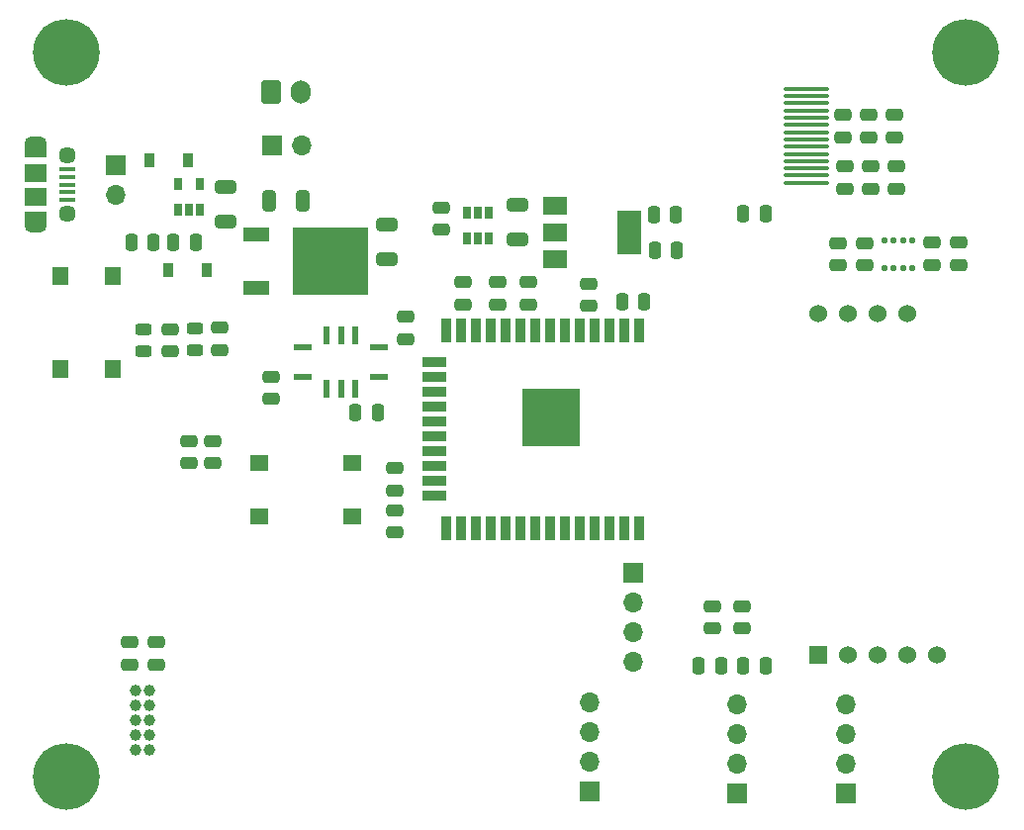
<source format=gbr>
%TF.GenerationSoftware,KiCad,Pcbnew,(5.99.0-8928-gc255dede17)*%
%TF.CreationDate,2021-04-01T15:07:53-07:00*%
%TF.ProjectId,smbpcb,736d6270-6362-42e6-9b69-6361645f7063,rev?*%
%TF.SameCoordinates,Original*%
%TF.FileFunction,Soldermask,Top*%
%TF.FilePolarity,Negative*%
%FSLAX46Y46*%
G04 Gerber Fmt 4.6, Leading zero omitted, Abs format (unit mm)*
G04 Created by KiCad (PCBNEW (5.99.0-8928-gc255dede17)) date 2021-04-01 15:07:53*
%MOMM*%
%LPD*%
G01*
G04 APERTURE LIST*
G04 Aperture macros list*
%AMRoundRect*
0 Rectangle with rounded corners*
0 $1 Rounding radius*
0 $2 $3 $4 $5 $6 $7 $8 $9 X,Y pos of 4 corners*
0 Add a 4 corners polygon primitive as box body*
4,1,4,$2,$3,$4,$5,$6,$7,$8,$9,$2,$3,0*
0 Add four circle primitives for the rounded corners*
1,1,$1+$1,$2,$3*
1,1,$1+$1,$4,$5*
1,1,$1+$1,$6,$7*
1,1,$1+$1,$8,$9*
0 Add four rect primitives between the rounded corners*
20,1,$1+$1,$2,$3,$4,$5,0*
20,1,$1+$1,$4,$5,$6,$7,0*
20,1,$1+$1,$6,$7,$8,$9,0*
20,1,$1+$1,$8,$9,$2,$3,0*%
G04 Aperture macros list end*
%ADD10R,0.900000X1.200000*%
%ADD11RoundRect,0.250000X-0.250000X-0.475000X0.250000X-0.475000X0.250000X0.475000X-0.250000X0.475000X0*%
%ADD12RoundRect,0.250000X-0.475000X0.250000X-0.475000X-0.250000X0.475000X-0.250000X0.475000X0.250000X0*%
%ADD13RoundRect,0.250000X0.475000X-0.250000X0.475000X0.250000X-0.475000X0.250000X-0.475000X-0.250000X0*%
%ADD14R,2.000000X1.500000*%
%ADD15R,2.000000X3.800000*%
%ADD16R,0.650000X1.060000*%
%ADD17R,1.700000X1.700000*%
%ADD18O,1.700000X1.700000*%
%ADD19RoundRect,0.250000X0.650000X-0.325000X0.650000X0.325000X-0.650000X0.325000X-0.650000X-0.325000X0*%
%ADD20R,2.200000X1.200000*%
%ADD21R,6.400000X5.800000*%
%ADD22RoundRect,0.250000X0.250000X0.475000X-0.250000X0.475000X-0.250000X-0.475000X0.250000X-0.475000X0*%
%ADD23RoundRect,0.125000X0.125000X0.137500X-0.125000X0.137500X-0.125000X-0.137500X0.125000X-0.137500X0*%
%ADD24R,1.524000X1.524000*%
%ADD25C,1.524000*%
%ADD26R,1.400000X1.600000*%
%ADD27R,1.350000X0.400000*%
%ADD28R,1.900000X1.500000*%
%ADD29R,1.900000X1.200000*%
%ADD30O,1.900000X1.200000*%
%ADD31C,1.450000*%
%ADD32C,1.000000*%
%ADD33C,5.700000*%
%ADD34RoundRect,0.250000X-0.325000X-0.650000X0.325000X-0.650000X0.325000X0.650000X-0.325000X0.650000X0*%
%ADD35RoundRect,0.250000X-0.600000X-0.750000X0.600000X-0.750000X0.600000X0.750000X-0.600000X0.750000X0*%
%ADD36O,1.700000X2.000000*%
%ADD37RoundRect,0.250000X-0.650000X0.325000X-0.650000X-0.325000X0.650000X-0.325000X0.650000X0.325000X0*%
%ADD38RoundRect,0.243750X0.456250X-0.243750X0.456250X0.243750X-0.456250X0.243750X-0.456250X-0.243750X0*%
%ADD39R,1.600000X1.400000*%
%ADD40RoundRect,0.243750X-0.456250X0.243750X-0.456250X-0.243750X0.456250X-0.243750X0.456250X0.243750X0*%
%ADD41O,4.000000X0.320000*%
%ADD42R,0.600000X1.500000*%
%ADD43R,1.500000X0.600000*%
%ADD44R,0.900000X2.000000*%
%ADD45R,2.000000X0.900000*%
%ADD46R,5.000000X5.000000*%
G04 APERTURE END LIST*
D10*
%TO.C,D5*%
X62910000Y-35115000D03*
X66210000Y-35115000D03*
%TD*%
D11*
%TO.C,R12*%
X109900000Y-78400000D03*
X111800000Y-78400000D03*
%TD*%
D12*
%TO.C,R9*%
X92700000Y-45550000D03*
X92700000Y-47450000D03*
%TD*%
D13*
%TO.C,R28*%
X64660000Y-51465000D03*
X64660000Y-49565000D03*
%TD*%
%TO.C,R26*%
X66260000Y-61060000D03*
X66260000Y-59160000D03*
%TD*%
D14*
%TO.C,U7*%
X97605000Y-39000000D03*
X97605000Y-41300000D03*
D15*
X103905000Y-41300000D03*
D14*
X97605000Y-43600000D03*
%TD*%
D13*
%TO.C,R6*%
X122260000Y-33165000D03*
X122260000Y-31265000D03*
%TD*%
%TO.C,D2*%
X113550000Y-75200000D03*
X113550000Y-73300000D03*
%TD*%
D16*
%TO.C,U1*%
X65305000Y-39350000D03*
X66255000Y-39350000D03*
X67205000Y-39350000D03*
X67205000Y-37150000D03*
X65305000Y-37150000D03*
%TD*%
D17*
%TO.C,EXT_BATT1*%
X73335000Y-33815000D03*
D18*
X75875000Y-33815000D03*
%TD*%
D19*
%TO.C,C3*%
X83160000Y-43590000D03*
X83160000Y-40640000D03*
%TD*%
D17*
%TO.C,AUX_CONN2*%
X100550000Y-89100000D03*
D18*
X100550000Y-86560000D03*
X100550000Y-84020000D03*
X100550000Y-81480000D03*
%TD*%
D20*
%TO.C,Q1*%
X72027000Y-41478200D03*
D21*
X78327000Y-43758200D03*
D20*
X72027000Y-46038200D03*
%TD*%
D11*
%TO.C,R1*%
X61310000Y-42115000D03*
X63210000Y-42115000D03*
%TD*%
D22*
%TO.C,C6*%
X115610000Y-39715000D03*
X113710000Y-39715000D03*
%TD*%
D19*
%TO.C,C4*%
X94360000Y-41890000D03*
X94360000Y-38940000D03*
%TD*%
D23*
%TO.C,U5*%
X128158300Y-44317400D03*
X127358300Y-44317400D03*
X126558300Y-44317400D03*
X125758300Y-44317400D03*
X125758300Y-41942400D03*
X126558300Y-41942400D03*
X127358300Y-41942400D03*
X128158300Y-41942400D03*
%TD*%
D12*
%TO.C,R22*%
X63460000Y-76365000D03*
X63460000Y-78265000D03*
%TD*%
D11*
%TO.C,R3*%
X106110000Y-42815000D03*
X108010000Y-42815000D03*
%TD*%
D13*
%TO.C,L1*%
X87860000Y-41065000D03*
X87860000Y-39165000D03*
%TD*%
%TO.C,C10*%
X126660000Y-33165000D03*
X126660000Y-31265000D03*
%TD*%
%TO.C,C5*%
X122360000Y-37565000D03*
X122360000Y-35665000D03*
%TD*%
D12*
%TO.C,C12*%
X129860000Y-42165000D03*
X129860000Y-44065000D03*
%TD*%
%TO.C,R24*%
X83860000Y-65065000D03*
X83860000Y-66965000D03*
%TD*%
D24*
%TO.C,U6*%
X120115000Y-77452500D03*
D25*
X122655000Y-77452500D03*
X125195000Y-77452500D03*
X127735000Y-77452500D03*
X130275000Y-77452500D03*
X120115000Y-48242500D03*
X122655000Y-48242500D03*
X125195000Y-48242500D03*
X127735000Y-48242500D03*
%TD*%
D12*
%TO.C,C16*%
X68260000Y-59165000D03*
X68260000Y-61065000D03*
%TD*%
%TO.C,R20*%
X73260000Y-53665000D03*
X73260000Y-55565000D03*
%TD*%
D26*
%TO.C,SW2*%
X55210000Y-45015000D03*
X55210000Y-53015000D03*
X59710000Y-45015000D03*
X59710000Y-53015000D03*
%TD*%
D13*
%TO.C,D6*%
X111050000Y-75200000D03*
X111050000Y-73300000D03*
%TD*%
D16*
%TO.C,U2*%
X91910000Y-39615000D03*
X90960000Y-39615000D03*
X90010000Y-39615000D03*
X90010000Y-41815000D03*
X90960000Y-41815000D03*
X91910000Y-41815000D03*
%TD*%
D27*
%TO.C,J1*%
X55822500Y-35915000D03*
X55822500Y-36565000D03*
X55822500Y-37215000D03*
X55822500Y-37865000D03*
X55822500Y-38515000D03*
D28*
X53122500Y-36215000D03*
D29*
X53122500Y-34315000D03*
D30*
X53122500Y-33715000D03*
D28*
X53122500Y-38215000D03*
D29*
X53122500Y-40115000D03*
D30*
X53122500Y-40715000D03*
D31*
X55822500Y-34715000D03*
X55822500Y-39715000D03*
%TD*%
D32*
%TO.C,J2*%
X61680000Y-85555000D03*
X62840000Y-85555000D03*
X61680000Y-84285000D03*
X62840000Y-84285000D03*
X61680000Y-83015000D03*
X62840000Y-83015000D03*
X61680000Y-81745000D03*
X62840000Y-81745000D03*
X61680000Y-80475000D03*
X62840000Y-80475000D03*
%TD*%
D33*
%TO.C,*%
X55755000Y-87900000D03*
%TD*%
D17*
%TO.C,5V_IN1*%
X59960000Y-35540000D03*
D18*
X59960000Y-38080000D03*
%TD*%
D33*
%TO.C,REF\u002A\u002A*%
X132755000Y-25900000D03*
%TD*%
D12*
%TO.C,C7*%
X126760000Y-35665000D03*
X126760000Y-37565000D03*
%TD*%
D17*
%TO.C,AUX_CONN1*%
X104250000Y-70450000D03*
D18*
X104250000Y-72990000D03*
X104250000Y-75530000D03*
X104250000Y-78070000D03*
%TD*%
D34*
%TO.C,C2*%
X73085000Y-38600000D03*
X76035000Y-38600000D03*
%TD*%
D33*
%TO.C,MOUNT4*%
X132755000Y-87900000D03*
%TD*%
D12*
%TO.C,R25*%
X68860000Y-49465000D03*
X68860000Y-51365000D03*
%TD*%
D35*
%TO.C,BT1*%
X73305000Y-29315000D03*
D36*
X75805000Y-29315000D03*
%TD*%
D37*
%TO.C,C1*%
X69410000Y-37390000D03*
X69410000Y-40340000D03*
%TD*%
D38*
%TO.C,D3*%
X66760000Y-51352500D03*
X66760000Y-49477500D03*
%TD*%
D12*
%TO.C,R8*%
X95300000Y-45550000D03*
X95300000Y-47450000D03*
%TD*%
D10*
%TO.C,D1*%
X67810000Y-44515000D03*
X64510000Y-44515000D03*
%TD*%
D13*
%TO.C,R23*%
X61160000Y-78265000D03*
X61160000Y-76365000D03*
%TD*%
D12*
%TO.C,R18*%
X121760000Y-42215000D03*
X121760000Y-44115000D03*
%TD*%
D11*
%TO.C,R5*%
X106010000Y-39765000D03*
X107910000Y-39765000D03*
%TD*%
D33*
%TO.C,REF\u002A\u002A*%
X55755000Y-25900000D03*
%TD*%
D11*
%TO.C,C17*%
X103310000Y-47215000D03*
X105210000Y-47215000D03*
%TD*%
D12*
%TO.C,C8*%
X124560000Y-35665000D03*
X124560000Y-37565000D03*
%TD*%
D17*
%TO.C,AUX_CONN3*%
X113160000Y-89315000D03*
D18*
X113160000Y-86775000D03*
X113160000Y-84235000D03*
X113160000Y-81695000D03*
%TD*%
D12*
%TO.C,C15*%
X83860000Y-61465000D03*
X83860000Y-63365000D03*
%TD*%
D39*
%TO.C,SW1*%
X72260000Y-65565000D03*
X80260000Y-65565000D03*
X80260000Y-61065000D03*
X72260000Y-61065000D03*
%TD*%
D40*
%TO.C,D4*%
X62360000Y-49577500D03*
X62360000Y-51452500D03*
%TD*%
D13*
%TO.C,R27*%
X100460000Y-47565000D03*
X100460000Y-45665000D03*
%TD*%
D41*
%TO.C,U4*%
X119071800Y-37054400D03*
X119071800Y-36434400D03*
X119071800Y-35814400D03*
X119071800Y-35194400D03*
X119071800Y-34574400D03*
X119071800Y-33954400D03*
X119071800Y-33334400D03*
X119071800Y-32714400D03*
X119071800Y-32094400D03*
X119071800Y-31474400D03*
X119071800Y-30854400D03*
X119071800Y-30234400D03*
X119071800Y-29614400D03*
X119071800Y-28994400D03*
%TD*%
D42*
%TO.C,IC1*%
X78005000Y-54650000D03*
X79255000Y-54650000D03*
X80505000Y-54650000D03*
D43*
X82505000Y-53670000D03*
X82505000Y-51130000D03*
D42*
X80505000Y-50150000D03*
X79255000Y-50150000D03*
X78005000Y-50150000D03*
D43*
X76005000Y-51130000D03*
X76005000Y-53670000D03*
%TD*%
D11*
%TO.C,R11*%
X113700000Y-78400000D03*
X115600000Y-78400000D03*
%TD*%
D13*
%TO.C,C9*%
X124460000Y-33165000D03*
X124460000Y-31265000D03*
%TD*%
D12*
%TO.C,R10*%
X84760000Y-48515000D03*
X84760000Y-50415000D03*
%TD*%
D13*
%TO.C,C13*%
X132160000Y-44065000D03*
X132160000Y-42165000D03*
%TD*%
D12*
%TO.C,R7*%
X89750000Y-45550000D03*
X89750000Y-47450000D03*
%TD*%
%TO.C,R17*%
X124060000Y-42215000D03*
X124060000Y-44115000D03*
%TD*%
D22*
%TO.C,R4*%
X66810000Y-42115000D03*
X64910000Y-42115000D03*
%TD*%
D44*
%TO.C,U3*%
X104755000Y-49650000D03*
X103485000Y-49650000D03*
X102215000Y-49650000D03*
X100945000Y-49650000D03*
X99675000Y-49650000D03*
X98405000Y-49650000D03*
X97135000Y-49650000D03*
X95865000Y-49650000D03*
X94595000Y-49650000D03*
X93325000Y-49650000D03*
X92055000Y-49650000D03*
X90785000Y-49650000D03*
X89515000Y-49650000D03*
X88245000Y-49650000D03*
D45*
X87245000Y-52435000D03*
X87245000Y-53705000D03*
X87245000Y-54975000D03*
X87245000Y-56245000D03*
X87245000Y-57515000D03*
X87245000Y-58785000D03*
X87245000Y-60055000D03*
X87245000Y-61325000D03*
X87245000Y-62595000D03*
X87245000Y-63865000D03*
D44*
X88245000Y-66650000D03*
X89515000Y-66650000D03*
X90785000Y-66650000D03*
X92055000Y-66650000D03*
X93325000Y-66650000D03*
X94595000Y-66650000D03*
X95865000Y-66650000D03*
X97135000Y-66650000D03*
X98405000Y-66650000D03*
X99675000Y-66650000D03*
X100945000Y-66650000D03*
X102215000Y-66650000D03*
X103485000Y-66650000D03*
X104755000Y-66650000D03*
D46*
X97255000Y-57150000D03*
%TD*%
D11*
%TO.C,R19*%
X80510000Y-56715000D03*
X82410000Y-56715000D03*
%TD*%
D17*
%TO.C,AUX_CONN4*%
X122460000Y-89315000D03*
D18*
X122460000Y-86775000D03*
X122460000Y-84235000D03*
X122460000Y-81695000D03*
%TD*%
M02*

</source>
